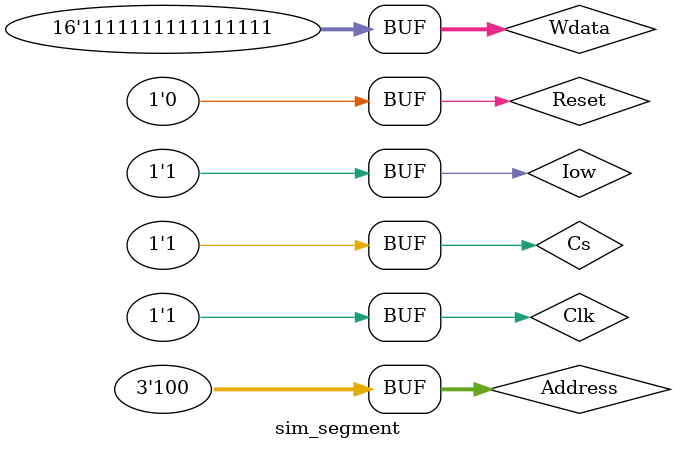
<source format=v>
`timescale 1ns / 1ps


module sim_segment(
    );
    reg Reset;
    reg[2:0] Address;
    reg Cs;
    reg Clk;
    reg Iow;
    reg [15:0]Wdata;
    wire [7:0]digital;
    wire [7:0]ens;
    wire [7:0]data_ens;
    wire [7:0]ctrl_data;
    digitron dig(Reset,Address,Cs,Clk,Iow,Wdata,digital,ens,ctrl_data,data_ens);
    always
    begin
        //segment_clkÊÇ500Hz,clkµÄÆµÂÊÊÇ1/10ns=1MHz
        //Ö±½ÓÊä³ö500HzµÄsegment_clk(ÖÜÆÚÊÇ2ms)
        Clk=0;
        Reset=0;
        Cs=1;
        Iow=1;
        #5;
        Clk=1;
        Address=0;
        Wdata=16'h1234;
        #5
        Clk=0;
        #5
        Clk=1;
        Address=2;
        Wdata=16'h5678;
        #5
        Clk=0;
        #5;
        Clk=1;
        Address=4;
       Wdata=16'hffff;
        #5;
    end 
endmodule

</source>
